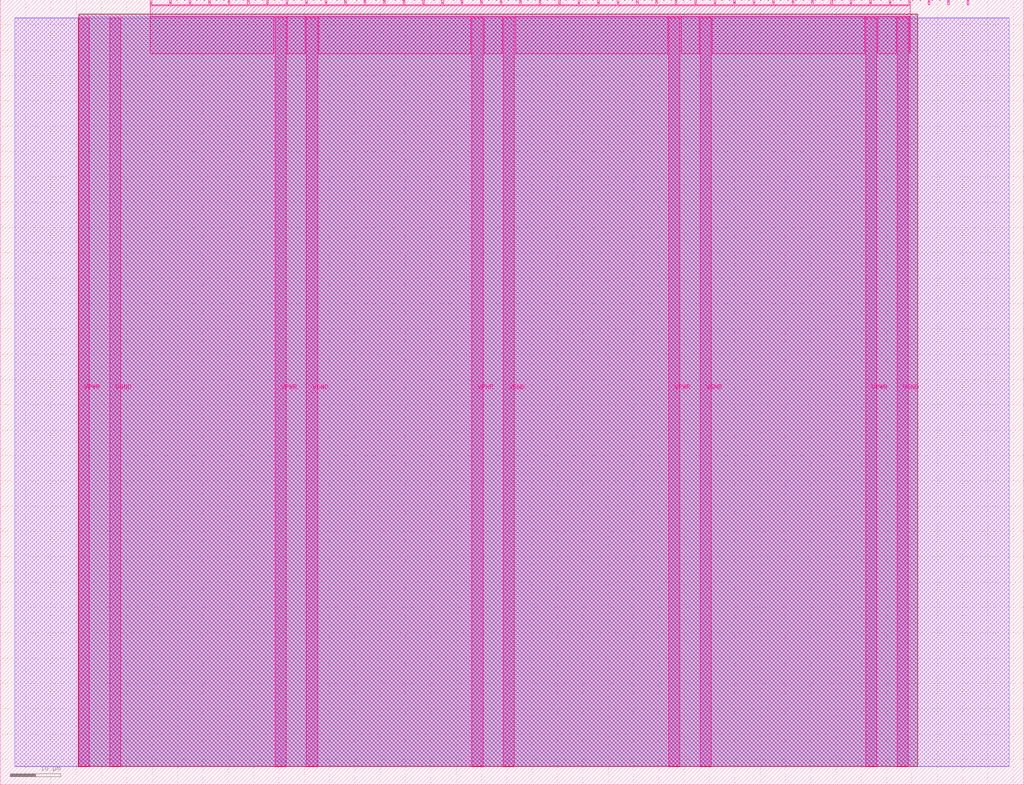
<source format=lef>
VERSION 5.7 ;
  NOWIREEXTENSIONATPIN ON ;
  DIVIDERCHAR "/" ;
  BUSBITCHARS "[]" ;
MACRO tt_um_wokwi_434918956220790785
  CLASS BLOCK ;
  FOREIGN tt_um_wokwi_434918956220790785 ;
  ORIGIN 0.000 0.000 ;
  SIZE 202.080 BY 154.980 ;
  PIN VGND
    DIRECTION INOUT ;
    USE GROUND ;
    PORT
      LAYER Metal5 ;
        RECT 21.580 3.560 23.780 151.420 ;
    END
    PORT
      LAYER Metal5 ;
        RECT 60.450 3.560 62.650 151.420 ;
    END
    PORT
      LAYER Metal5 ;
        RECT 99.320 3.560 101.520 151.420 ;
    END
    PORT
      LAYER Metal5 ;
        RECT 138.190 3.560 140.390 151.420 ;
    END
    PORT
      LAYER Metal5 ;
        RECT 177.060 3.560 179.260 151.420 ;
    END
  END VGND
  PIN VPWR
    DIRECTION INOUT ;
    USE POWER ;
    PORT
      LAYER Metal5 ;
        RECT 15.380 3.560 17.580 151.420 ;
    END
    PORT
      LAYER Metal5 ;
        RECT 54.250 3.560 56.450 151.420 ;
    END
    PORT
      LAYER Metal5 ;
        RECT 93.120 3.560 95.320 151.420 ;
    END
    PORT
      LAYER Metal5 ;
        RECT 131.990 3.560 134.190 151.420 ;
    END
    PORT
      LAYER Metal5 ;
        RECT 170.860 3.560 173.060 151.420 ;
    END
  END VPWR
  PIN clk
    DIRECTION INPUT ;
    USE SIGNAL ;
    PORT
      LAYER Metal5 ;
        RECT 187.050 153.980 187.350 154.980 ;
    END
  END clk
  PIN ena
    DIRECTION INPUT ;
    USE SIGNAL ;
    PORT
      LAYER Metal5 ;
        RECT 190.890 153.980 191.190 154.980 ;
    END
  END ena
  PIN rst_n
    DIRECTION INPUT ;
    USE SIGNAL ;
    PORT
      LAYER Metal5 ;
        RECT 183.210 153.980 183.510 154.980 ;
    END
  END rst_n
  PIN ui_in[0]
    DIRECTION INPUT ;
    USE SIGNAL ;
    ANTENNAGATEAREA 0.180700 ;
    PORT
      LAYER Metal5 ;
        RECT 179.370 153.980 179.670 154.980 ;
    END
  END ui_in[0]
  PIN ui_in[1]
    DIRECTION INPUT ;
    USE SIGNAL ;
    ANTENNAGATEAREA 0.180700 ;
    PORT
      LAYER Metal5 ;
        RECT 175.530 153.980 175.830 154.980 ;
    END
  END ui_in[1]
  PIN ui_in[2]
    DIRECTION INPUT ;
    USE SIGNAL ;
    ANTENNAGATEAREA 0.180700 ;
    PORT
      LAYER Metal5 ;
        RECT 171.690 153.980 171.990 154.980 ;
    END
  END ui_in[2]
  PIN ui_in[3]
    DIRECTION INPUT ;
    USE SIGNAL ;
    ANTENNAGATEAREA 0.180700 ;
    PORT
      LAYER Metal5 ;
        RECT 167.850 153.980 168.150 154.980 ;
    END
  END ui_in[3]
  PIN ui_in[4]
    DIRECTION INPUT ;
    USE SIGNAL ;
    ANTENNAGATEAREA 0.180700 ;
    PORT
      LAYER Metal5 ;
        RECT 164.010 153.980 164.310 154.980 ;
    END
  END ui_in[4]
  PIN ui_in[5]
    DIRECTION INPUT ;
    USE SIGNAL ;
    ANTENNAGATEAREA 0.180700 ;
    PORT
      LAYER Metal5 ;
        RECT 160.170 153.980 160.470 154.980 ;
    END
  END ui_in[5]
  PIN ui_in[6]
    DIRECTION INPUT ;
    USE SIGNAL ;
    ANTENNAGATEAREA 0.180700 ;
    PORT
      LAYER Metal5 ;
        RECT 156.330 153.980 156.630 154.980 ;
    END
  END ui_in[6]
  PIN ui_in[7]
    DIRECTION INPUT ;
    USE SIGNAL ;
    ANTENNAGATEAREA 0.180700 ;
    PORT
      LAYER Metal5 ;
        RECT 152.490 153.980 152.790 154.980 ;
    END
  END ui_in[7]
  PIN uio_in[0]
    DIRECTION INPUT ;
    USE SIGNAL ;
    PORT
      LAYER Metal5 ;
        RECT 148.650 153.980 148.950 154.980 ;
    END
  END uio_in[0]
  PIN uio_in[1]
    DIRECTION INPUT ;
    USE SIGNAL ;
    PORT
      LAYER Metal5 ;
        RECT 144.810 153.980 145.110 154.980 ;
    END
  END uio_in[1]
  PIN uio_in[2]
    DIRECTION INPUT ;
    USE SIGNAL ;
    PORT
      LAYER Metal5 ;
        RECT 140.970 153.980 141.270 154.980 ;
    END
  END uio_in[2]
  PIN uio_in[3]
    DIRECTION INPUT ;
    USE SIGNAL ;
    PORT
      LAYER Metal5 ;
        RECT 137.130 153.980 137.430 154.980 ;
    END
  END uio_in[3]
  PIN uio_in[4]
    DIRECTION INPUT ;
    USE SIGNAL ;
    PORT
      LAYER Metal5 ;
        RECT 133.290 153.980 133.590 154.980 ;
    END
  END uio_in[4]
  PIN uio_in[5]
    DIRECTION INPUT ;
    USE SIGNAL ;
    PORT
      LAYER Metal5 ;
        RECT 129.450 153.980 129.750 154.980 ;
    END
  END uio_in[5]
  PIN uio_in[6]
    DIRECTION INPUT ;
    USE SIGNAL ;
    PORT
      LAYER Metal5 ;
        RECT 125.610 153.980 125.910 154.980 ;
    END
  END uio_in[6]
  PIN uio_in[7]
    DIRECTION INPUT ;
    USE SIGNAL ;
    PORT
      LAYER Metal5 ;
        RECT 121.770 153.980 122.070 154.980 ;
    END
  END uio_in[7]
  PIN uio_oe[0]
    DIRECTION OUTPUT ;
    USE SIGNAL ;
    ANTENNADIFFAREA 0.299200 ;
    PORT
      LAYER Metal5 ;
        RECT 56.490 153.980 56.790 154.980 ;
    END
  END uio_oe[0]
  PIN uio_oe[1]
    DIRECTION OUTPUT ;
    USE SIGNAL ;
    ANTENNADIFFAREA 0.299200 ;
    PORT
      LAYER Metal5 ;
        RECT 52.650 153.980 52.950 154.980 ;
    END
  END uio_oe[1]
  PIN uio_oe[2]
    DIRECTION OUTPUT ;
    USE SIGNAL ;
    ANTENNADIFFAREA 0.299200 ;
    PORT
      LAYER Metal5 ;
        RECT 48.810 153.980 49.110 154.980 ;
    END
  END uio_oe[2]
  PIN uio_oe[3]
    DIRECTION OUTPUT ;
    USE SIGNAL ;
    ANTENNADIFFAREA 0.299200 ;
    PORT
      LAYER Metal5 ;
        RECT 44.970 153.980 45.270 154.980 ;
    END
  END uio_oe[3]
  PIN uio_oe[4]
    DIRECTION OUTPUT ;
    USE SIGNAL ;
    ANTENNADIFFAREA 0.299200 ;
    PORT
      LAYER Metal5 ;
        RECT 41.130 153.980 41.430 154.980 ;
    END
  END uio_oe[4]
  PIN uio_oe[5]
    DIRECTION OUTPUT ;
    USE SIGNAL ;
    ANTENNADIFFAREA 0.299200 ;
    PORT
      LAYER Metal5 ;
        RECT 37.290 153.980 37.590 154.980 ;
    END
  END uio_oe[5]
  PIN uio_oe[6]
    DIRECTION OUTPUT ;
    USE SIGNAL ;
    ANTENNADIFFAREA 0.299200 ;
    PORT
      LAYER Metal5 ;
        RECT 33.450 153.980 33.750 154.980 ;
    END
  END uio_oe[6]
  PIN uio_oe[7]
    DIRECTION OUTPUT ;
    USE SIGNAL ;
    ANTENNADIFFAREA 0.299200 ;
    PORT
      LAYER Metal5 ;
        RECT 29.610 153.980 29.910 154.980 ;
    END
  END uio_oe[7]
  PIN uio_out[0]
    DIRECTION OUTPUT ;
    USE SIGNAL ;
    ANTENNADIFFAREA 0.299200 ;
    PORT
      LAYER Metal5 ;
        RECT 87.210 153.980 87.510 154.980 ;
    END
  END uio_out[0]
  PIN uio_out[1]
    DIRECTION OUTPUT ;
    USE SIGNAL ;
    ANTENNADIFFAREA 0.299200 ;
    PORT
      LAYER Metal5 ;
        RECT 83.370 153.980 83.670 154.980 ;
    END
  END uio_out[1]
  PIN uio_out[2]
    DIRECTION OUTPUT ;
    USE SIGNAL ;
    ANTENNADIFFAREA 0.299200 ;
    PORT
      LAYER Metal5 ;
        RECT 79.530 153.980 79.830 154.980 ;
    END
  END uio_out[2]
  PIN uio_out[3]
    DIRECTION OUTPUT ;
    USE SIGNAL ;
    ANTENNADIFFAREA 0.299200 ;
    PORT
      LAYER Metal5 ;
        RECT 75.690 153.980 75.990 154.980 ;
    END
  END uio_out[3]
  PIN uio_out[4]
    DIRECTION OUTPUT ;
    USE SIGNAL ;
    ANTENNADIFFAREA 0.299200 ;
    PORT
      LAYER Metal5 ;
        RECT 71.850 153.980 72.150 154.980 ;
    END
  END uio_out[4]
  PIN uio_out[5]
    DIRECTION OUTPUT ;
    USE SIGNAL ;
    ANTENNADIFFAREA 0.299200 ;
    PORT
      LAYER Metal5 ;
        RECT 68.010 153.980 68.310 154.980 ;
    END
  END uio_out[5]
  PIN uio_out[6]
    DIRECTION OUTPUT ;
    USE SIGNAL ;
    ANTENNADIFFAREA 0.299200 ;
    PORT
      LAYER Metal5 ;
        RECT 64.170 153.980 64.470 154.980 ;
    END
  END uio_out[6]
  PIN uio_out[7]
    DIRECTION OUTPUT ;
    USE SIGNAL ;
    ANTENNADIFFAREA 0.299200 ;
    PORT
      LAYER Metal5 ;
        RECT 60.330 153.980 60.630 154.980 ;
    END
  END uio_out[7]
  PIN uo_out[0]
    DIRECTION OUTPUT ;
    USE SIGNAL ;
    ANTENNADIFFAREA 0.654800 ;
    PORT
      LAYER Metal5 ;
        RECT 117.930 153.980 118.230 154.980 ;
    END
  END uo_out[0]
  PIN uo_out[1]
    DIRECTION OUTPUT ;
    USE SIGNAL ;
    ANTENNADIFFAREA 0.654800 ;
    PORT
      LAYER Metal5 ;
        RECT 114.090 153.980 114.390 154.980 ;
    END
  END uo_out[1]
  PIN uo_out[2]
    DIRECTION OUTPUT ;
    USE SIGNAL ;
    ANTENNADIFFAREA 0.654800 ;
    PORT
      LAYER Metal5 ;
        RECT 110.250 153.980 110.550 154.980 ;
    END
  END uo_out[2]
  PIN uo_out[3]
    DIRECTION OUTPUT ;
    USE SIGNAL ;
    ANTENNADIFFAREA 0.654800 ;
    PORT
      LAYER Metal5 ;
        RECT 106.410 153.980 106.710 154.980 ;
    END
  END uo_out[3]
  PIN uo_out[4]
    DIRECTION OUTPUT ;
    USE SIGNAL ;
    ANTENNADIFFAREA 0.654800 ;
    PORT
      LAYER Metal5 ;
        RECT 102.570 153.980 102.870 154.980 ;
    END
  END uo_out[4]
  PIN uo_out[5]
    DIRECTION OUTPUT ;
    USE SIGNAL ;
    ANTENNADIFFAREA 0.654800 ;
    PORT
      LAYER Metal5 ;
        RECT 98.730 153.980 99.030 154.980 ;
    END
  END uo_out[5]
  PIN uo_out[6]
    DIRECTION OUTPUT ;
    USE SIGNAL ;
    ANTENNADIFFAREA 0.654800 ;
    PORT
      LAYER Metal5 ;
        RECT 94.890 153.980 95.190 154.980 ;
    END
  END uo_out[6]
  PIN uo_out[7]
    DIRECTION OUTPUT ;
    USE SIGNAL ;
    ANTENNADIFFAREA 0.654800 ;
    PORT
      LAYER Metal5 ;
        RECT 91.050 153.980 91.350 154.980 ;
    END
  END uo_out[7]
  OBS
      LAYER GatPoly ;
        RECT 2.880 3.630 199.200 151.350 ;
      LAYER Metal1 ;
        RECT 2.880 3.560 199.200 151.420 ;
      LAYER Metal2 ;
        RECT 15.515 3.680 181.105 151.720 ;
      LAYER Metal3 ;
        RECT 15.560 3.635 181.060 152.185 ;
      LAYER Metal4 ;
        RECT 15.515 3.680 181.105 152.140 ;
      LAYER Metal5 ;
        RECT 30.120 153.770 33.240 153.980 ;
        RECT 33.960 153.770 37.080 153.980 ;
        RECT 37.800 153.770 40.920 153.980 ;
        RECT 41.640 153.770 44.760 153.980 ;
        RECT 45.480 153.770 48.600 153.980 ;
        RECT 49.320 153.770 52.440 153.980 ;
        RECT 53.160 153.770 56.280 153.980 ;
        RECT 57.000 153.770 60.120 153.980 ;
        RECT 60.840 153.770 63.960 153.980 ;
        RECT 64.680 153.770 67.800 153.980 ;
        RECT 68.520 153.770 71.640 153.980 ;
        RECT 72.360 153.770 75.480 153.980 ;
        RECT 76.200 153.770 79.320 153.980 ;
        RECT 80.040 153.770 83.160 153.980 ;
        RECT 83.880 153.770 87.000 153.980 ;
        RECT 87.720 153.770 90.840 153.980 ;
        RECT 91.560 153.770 94.680 153.980 ;
        RECT 95.400 153.770 98.520 153.980 ;
        RECT 99.240 153.770 102.360 153.980 ;
        RECT 103.080 153.770 106.200 153.980 ;
        RECT 106.920 153.770 110.040 153.980 ;
        RECT 110.760 153.770 113.880 153.980 ;
        RECT 114.600 153.770 117.720 153.980 ;
        RECT 118.440 153.770 121.560 153.980 ;
        RECT 122.280 153.770 125.400 153.980 ;
        RECT 126.120 153.770 129.240 153.980 ;
        RECT 129.960 153.770 133.080 153.980 ;
        RECT 133.800 153.770 136.920 153.980 ;
        RECT 137.640 153.770 140.760 153.980 ;
        RECT 141.480 153.770 144.600 153.980 ;
        RECT 145.320 153.770 148.440 153.980 ;
        RECT 149.160 153.770 152.280 153.980 ;
        RECT 153.000 153.770 156.120 153.980 ;
        RECT 156.840 153.770 159.960 153.980 ;
        RECT 160.680 153.770 163.800 153.980 ;
        RECT 164.520 153.770 167.640 153.980 ;
        RECT 168.360 153.770 171.480 153.980 ;
        RECT 172.200 153.770 175.320 153.980 ;
        RECT 176.040 153.770 179.160 153.980 ;
        RECT 29.660 151.630 179.620 153.770 ;
        RECT 29.660 144.335 54.040 151.630 ;
        RECT 56.660 144.335 60.240 151.630 ;
        RECT 62.860 144.335 92.910 151.630 ;
        RECT 95.530 144.335 99.110 151.630 ;
        RECT 101.730 144.335 131.780 151.630 ;
        RECT 134.400 144.335 137.980 151.630 ;
        RECT 140.600 144.335 170.650 151.630 ;
        RECT 173.270 144.335 176.850 151.630 ;
        RECT 179.470 144.335 179.620 151.630 ;
  END
END tt_um_wokwi_434918956220790785
END LIBRARY


</source>
